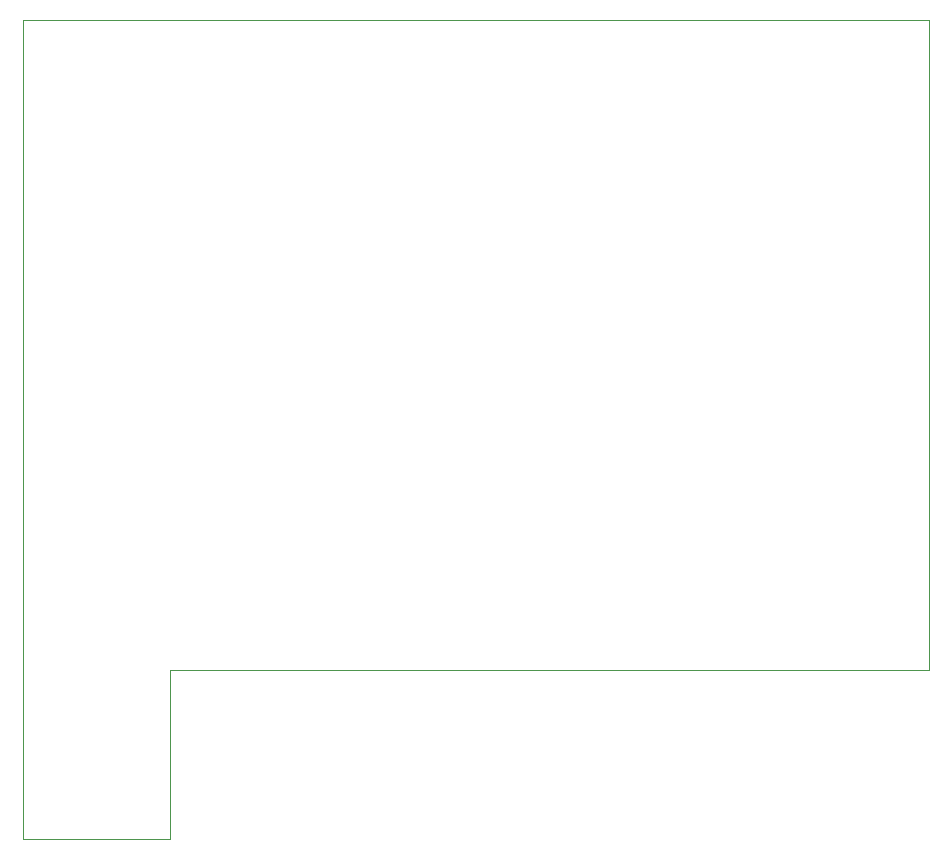
<source format=gbr>
G04 #@! TF.GenerationSoftware,KiCad,Pcbnew,5.1.5+dfsg1-2build2*
G04 #@! TF.CreationDate,2021-08-24T22:34:42-04:00*
G04 #@! TF.ProjectId,U1MB600XL,55314d42-3630-4305-984c-2e6b69636164,1*
G04 #@! TF.SameCoordinates,Original*
G04 #@! TF.FileFunction,Profile,NP*
%FSLAX46Y46*%
G04 Gerber Fmt 4.6, Leading zero omitted, Abs format (unit mm)*
G04 Created by KiCad (PCBNEW 5.1.5+dfsg1-2build2) date 2021-08-24 22:34:42*
%MOMM*%
%LPD*%
G04 APERTURE LIST*
%ADD10C,0.050000*%
G04 APERTURE END LIST*
D10*
X185166000Y-109347000D02*
X120904000Y-109347000D01*
X185166000Y-54356000D02*
X185166000Y-109347000D01*
X108458000Y-123698000D02*
X120904000Y-123698000D01*
X120904000Y-123698000D02*
X120904000Y-109347000D01*
X108458000Y-123698000D02*
X108458000Y-54356000D01*
X108458000Y-54356000D02*
X185166000Y-54356000D01*
M02*

</source>
